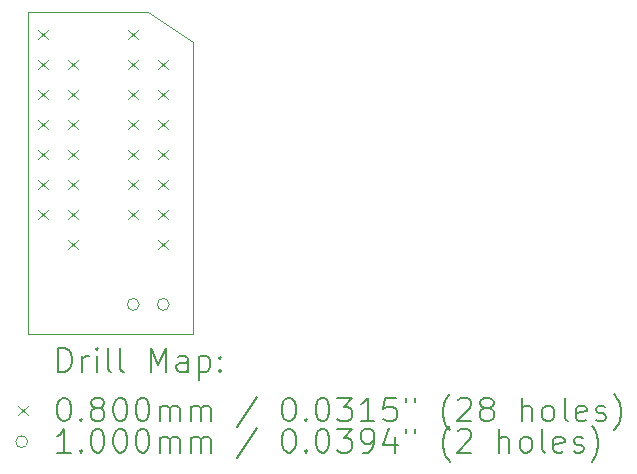
<source format=gbr>
%TF.GenerationSoftware,KiCad,Pcbnew,7.0.9*%
%TF.CreationDate,2024-04-23T20:51:31-07:00*%
%TF.ProjectId,U29-74LS02,5532392d-3734-44c5-9330-322e6b696361,rev?*%
%TF.SameCoordinates,Original*%
%TF.FileFunction,Drillmap*%
%TF.FilePolarity,Positive*%
%FSLAX45Y45*%
G04 Gerber Fmt 4.5, Leading zero omitted, Abs format (unit mm)*
G04 Created by KiCad (PCBNEW 7.0.9) date 2024-04-23 20:51:31*
%MOMM*%
%LPD*%
G01*
G04 APERTURE LIST*
%ADD10C,0.100000*%
%ADD11C,0.200000*%
G04 APERTURE END LIST*
D10*
X16510000Y-8699500D02*
X16129000Y-8445500D01*
X16510000Y-8763000D02*
X16510000Y-8699500D01*
X15113000Y-8445500D02*
X15113000Y-11176000D01*
X16129000Y-8445500D02*
X15113000Y-8445500D01*
X16510000Y-11176000D02*
X16510000Y-8763000D01*
X15113000Y-11176000D02*
X16510000Y-11176000D01*
D11*
D10*
X15200000Y-8596000D02*
X15280000Y-8676000D01*
X15280000Y-8596000D02*
X15200000Y-8676000D01*
X15200000Y-8850000D02*
X15280000Y-8930000D01*
X15280000Y-8850000D02*
X15200000Y-8930000D01*
X15200000Y-9104000D02*
X15280000Y-9184000D01*
X15280000Y-9104000D02*
X15200000Y-9184000D01*
X15200000Y-9358000D02*
X15280000Y-9438000D01*
X15280000Y-9358000D02*
X15200000Y-9438000D01*
X15200000Y-9612000D02*
X15280000Y-9692000D01*
X15280000Y-9612000D02*
X15200000Y-9692000D01*
X15200000Y-9866000D02*
X15280000Y-9946000D01*
X15280000Y-9866000D02*
X15200000Y-9946000D01*
X15200000Y-10120000D02*
X15280000Y-10200000D01*
X15280000Y-10120000D02*
X15200000Y-10200000D01*
X15454000Y-8850000D02*
X15534000Y-8930000D01*
X15534000Y-8850000D02*
X15454000Y-8930000D01*
X15454000Y-9104000D02*
X15534000Y-9184000D01*
X15534000Y-9104000D02*
X15454000Y-9184000D01*
X15454000Y-9358000D02*
X15534000Y-9438000D01*
X15534000Y-9358000D02*
X15454000Y-9438000D01*
X15454000Y-9612000D02*
X15534000Y-9692000D01*
X15534000Y-9612000D02*
X15454000Y-9692000D01*
X15454000Y-9866000D02*
X15534000Y-9946000D01*
X15534000Y-9866000D02*
X15454000Y-9946000D01*
X15454000Y-10120000D02*
X15534000Y-10200000D01*
X15534000Y-10120000D02*
X15454000Y-10200000D01*
X15454000Y-10374000D02*
X15534000Y-10454000D01*
X15534000Y-10374000D02*
X15454000Y-10454000D01*
X15962000Y-8596000D02*
X16042000Y-8676000D01*
X16042000Y-8596000D02*
X15962000Y-8676000D01*
X15962000Y-8850000D02*
X16042000Y-8930000D01*
X16042000Y-8850000D02*
X15962000Y-8930000D01*
X15962000Y-9104000D02*
X16042000Y-9184000D01*
X16042000Y-9104000D02*
X15962000Y-9184000D01*
X15962000Y-9358000D02*
X16042000Y-9438000D01*
X16042000Y-9358000D02*
X15962000Y-9438000D01*
X15962000Y-9612000D02*
X16042000Y-9692000D01*
X16042000Y-9612000D02*
X15962000Y-9692000D01*
X15962000Y-9866000D02*
X16042000Y-9946000D01*
X16042000Y-9866000D02*
X15962000Y-9946000D01*
X15962000Y-10120000D02*
X16042000Y-10200000D01*
X16042000Y-10120000D02*
X15962000Y-10200000D01*
X16216000Y-8850000D02*
X16296000Y-8930000D01*
X16296000Y-8850000D02*
X16216000Y-8930000D01*
X16216000Y-9104000D02*
X16296000Y-9184000D01*
X16296000Y-9104000D02*
X16216000Y-9184000D01*
X16216000Y-9358000D02*
X16296000Y-9438000D01*
X16296000Y-9358000D02*
X16216000Y-9438000D01*
X16216000Y-9612000D02*
X16296000Y-9692000D01*
X16296000Y-9612000D02*
X16216000Y-9692000D01*
X16216000Y-9866000D02*
X16296000Y-9946000D01*
X16296000Y-9866000D02*
X16216000Y-9946000D01*
X16216000Y-10120000D02*
X16296000Y-10200000D01*
X16296000Y-10120000D02*
X16216000Y-10200000D01*
X16216000Y-10374000D02*
X16296000Y-10454000D01*
X16296000Y-10374000D02*
X16216000Y-10454000D01*
X16052000Y-10922000D02*
G75*
G03*
X16052000Y-10922000I-50000J0D01*
G01*
X16306000Y-10922000D02*
G75*
G03*
X16306000Y-10922000I-50000J0D01*
G01*
D11*
X15368777Y-11492484D02*
X15368777Y-11292484D01*
X15368777Y-11292484D02*
X15416396Y-11292484D01*
X15416396Y-11292484D02*
X15444967Y-11302008D01*
X15444967Y-11302008D02*
X15464015Y-11321055D01*
X15464015Y-11321055D02*
X15473539Y-11340103D01*
X15473539Y-11340103D02*
X15483062Y-11378198D01*
X15483062Y-11378198D02*
X15483062Y-11406769D01*
X15483062Y-11406769D02*
X15473539Y-11444865D01*
X15473539Y-11444865D02*
X15464015Y-11463912D01*
X15464015Y-11463912D02*
X15444967Y-11482960D01*
X15444967Y-11482960D02*
X15416396Y-11492484D01*
X15416396Y-11492484D02*
X15368777Y-11492484D01*
X15568777Y-11492484D02*
X15568777Y-11359150D01*
X15568777Y-11397246D02*
X15578301Y-11378198D01*
X15578301Y-11378198D02*
X15587824Y-11368674D01*
X15587824Y-11368674D02*
X15606872Y-11359150D01*
X15606872Y-11359150D02*
X15625920Y-11359150D01*
X15692586Y-11492484D02*
X15692586Y-11359150D01*
X15692586Y-11292484D02*
X15683062Y-11302008D01*
X15683062Y-11302008D02*
X15692586Y-11311531D01*
X15692586Y-11311531D02*
X15702110Y-11302008D01*
X15702110Y-11302008D02*
X15692586Y-11292484D01*
X15692586Y-11292484D02*
X15692586Y-11311531D01*
X15816396Y-11492484D02*
X15797348Y-11482960D01*
X15797348Y-11482960D02*
X15787824Y-11463912D01*
X15787824Y-11463912D02*
X15787824Y-11292484D01*
X15921158Y-11492484D02*
X15902110Y-11482960D01*
X15902110Y-11482960D02*
X15892586Y-11463912D01*
X15892586Y-11463912D02*
X15892586Y-11292484D01*
X16149729Y-11492484D02*
X16149729Y-11292484D01*
X16149729Y-11292484D02*
X16216396Y-11435341D01*
X16216396Y-11435341D02*
X16283062Y-11292484D01*
X16283062Y-11292484D02*
X16283062Y-11492484D01*
X16464015Y-11492484D02*
X16464015Y-11387722D01*
X16464015Y-11387722D02*
X16454491Y-11368674D01*
X16454491Y-11368674D02*
X16435443Y-11359150D01*
X16435443Y-11359150D02*
X16397348Y-11359150D01*
X16397348Y-11359150D02*
X16378301Y-11368674D01*
X16464015Y-11482960D02*
X16444967Y-11492484D01*
X16444967Y-11492484D02*
X16397348Y-11492484D01*
X16397348Y-11492484D02*
X16378301Y-11482960D01*
X16378301Y-11482960D02*
X16368777Y-11463912D01*
X16368777Y-11463912D02*
X16368777Y-11444865D01*
X16368777Y-11444865D02*
X16378301Y-11425817D01*
X16378301Y-11425817D02*
X16397348Y-11416293D01*
X16397348Y-11416293D02*
X16444967Y-11416293D01*
X16444967Y-11416293D02*
X16464015Y-11406769D01*
X16559253Y-11359150D02*
X16559253Y-11559150D01*
X16559253Y-11368674D02*
X16578301Y-11359150D01*
X16578301Y-11359150D02*
X16616396Y-11359150D01*
X16616396Y-11359150D02*
X16635443Y-11368674D01*
X16635443Y-11368674D02*
X16644967Y-11378198D01*
X16644967Y-11378198D02*
X16654491Y-11397246D01*
X16654491Y-11397246D02*
X16654491Y-11454388D01*
X16654491Y-11454388D02*
X16644967Y-11473436D01*
X16644967Y-11473436D02*
X16635443Y-11482960D01*
X16635443Y-11482960D02*
X16616396Y-11492484D01*
X16616396Y-11492484D02*
X16578301Y-11492484D01*
X16578301Y-11492484D02*
X16559253Y-11482960D01*
X16740205Y-11473436D02*
X16749729Y-11482960D01*
X16749729Y-11482960D02*
X16740205Y-11492484D01*
X16740205Y-11492484D02*
X16730682Y-11482960D01*
X16730682Y-11482960D02*
X16740205Y-11473436D01*
X16740205Y-11473436D02*
X16740205Y-11492484D01*
X16740205Y-11368674D02*
X16749729Y-11378198D01*
X16749729Y-11378198D02*
X16740205Y-11387722D01*
X16740205Y-11387722D02*
X16730682Y-11378198D01*
X16730682Y-11378198D02*
X16740205Y-11368674D01*
X16740205Y-11368674D02*
X16740205Y-11387722D01*
D10*
X15028000Y-11781000D02*
X15108000Y-11861000D01*
X15108000Y-11781000D02*
X15028000Y-11861000D01*
D11*
X15406872Y-11712484D02*
X15425920Y-11712484D01*
X15425920Y-11712484D02*
X15444967Y-11722008D01*
X15444967Y-11722008D02*
X15454491Y-11731531D01*
X15454491Y-11731531D02*
X15464015Y-11750579D01*
X15464015Y-11750579D02*
X15473539Y-11788674D01*
X15473539Y-11788674D02*
X15473539Y-11836293D01*
X15473539Y-11836293D02*
X15464015Y-11874388D01*
X15464015Y-11874388D02*
X15454491Y-11893436D01*
X15454491Y-11893436D02*
X15444967Y-11902960D01*
X15444967Y-11902960D02*
X15425920Y-11912484D01*
X15425920Y-11912484D02*
X15406872Y-11912484D01*
X15406872Y-11912484D02*
X15387824Y-11902960D01*
X15387824Y-11902960D02*
X15378301Y-11893436D01*
X15378301Y-11893436D02*
X15368777Y-11874388D01*
X15368777Y-11874388D02*
X15359253Y-11836293D01*
X15359253Y-11836293D02*
X15359253Y-11788674D01*
X15359253Y-11788674D02*
X15368777Y-11750579D01*
X15368777Y-11750579D02*
X15378301Y-11731531D01*
X15378301Y-11731531D02*
X15387824Y-11722008D01*
X15387824Y-11722008D02*
X15406872Y-11712484D01*
X15559253Y-11893436D02*
X15568777Y-11902960D01*
X15568777Y-11902960D02*
X15559253Y-11912484D01*
X15559253Y-11912484D02*
X15549729Y-11902960D01*
X15549729Y-11902960D02*
X15559253Y-11893436D01*
X15559253Y-11893436D02*
X15559253Y-11912484D01*
X15683062Y-11798198D02*
X15664015Y-11788674D01*
X15664015Y-11788674D02*
X15654491Y-11779150D01*
X15654491Y-11779150D02*
X15644967Y-11760103D01*
X15644967Y-11760103D02*
X15644967Y-11750579D01*
X15644967Y-11750579D02*
X15654491Y-11731531D01*
X15654491Y-11731531D02*
X15664015Y-11722008D01*
X15664015Y-11722008D02*
X15683062Y-11712484D01*
X15683062Y-11712484D02*
X15721158Y-11712484D01*
X15721158Y-11712484D02*
X15740205Y-11722008D01*
X15740205Y-11722008D02*
X15749729Y-11731531D01*
X15749729Y-11731531D02*
X15759253Y-11750579D01*
X15759253Y-11750579D02*
X15759253Y-11760103D01*
X15759253Y-11760103D02*
X15749729Y-11779150D01*
X15749729Y-11779150D02*
X15740205Y-11788674D01*
X15740205Y-11788674D02*
X15721158Y-11798198D01*
X15721158Y-11798198D02*
X15683062Y-11798198D01*
X15683062Y-11798198D02*
X15664015Y-11807722D01*
X15664015Y-11807722D02*
X15654491Y-11817246D01*
X15654491Y-11817246D02*
X15644967Y-11836293D01*
X15644967Y-11836293D02*
X15644967Y-11874388D01*
X15644967Y-11874388D02*
X15654491Y-11893436D01*
X15654491Y-11893436D02*
X15664015Y-11902960D01*
X15664015Y-11902960D02*
X15683062Y-11912484D01*
X15683062Y-11912484D02*
X15721158Y-11912484D01*
X15721158Y-11912484D02*
X15740205Y-11902960D01*
X15740205Y-11902960D02*
X15749729Y-11893436D01*
X15749729Y-11893436D02*
X15759253Y-11874388D01*
X15759253Y-11874388D02*
X15759253Y-11836293D01*
X15759253Y-11836293D02*
X15749729Y-11817246D01*
X15749729Y-11817246D02*
X15740205Y-11807722D01*
X15740205Y-11807722D02*
X15721158Y-11798198D01*
X15883062Y-11712484D02*
X15902110Y-11712484D01*
X15902110Y-11712484D02*
X15921158Y-11722008D01*
X15921158Y-11722008D02*
X15930682Y-11731531D01*
X15930682Y-11731531D02*
X15940205Y-11750579D01*
X15940205Y-11750579D02*
X15949729Y-11788674D01*
X15949729Y-11788674D02*
X15949729Y-11836293D01*
X15949729Y-11836293D02*
X15940205Y-11874388D01*
X15940205Y-11874388D02*
X15930682Y-11893436D01*
X15930682Y-11893436D02*
X15921158Y-11902960D01*
X15921158Y-11902960D02*
X15902110Y-11912484D01*
X15902110Y-11912484D02*
X15883062Y-11912484D01*
X15883062Y-11912484D02*
X15864015Y-11902960D01*
X15864015Y-11902960D02*
X15854491Y-11893436D01*
X15854491Y-11893436D02*
X15844967Y-11874388D01*
X15844967Y-11874388D02*
X15835443Y-11836293D01*
X15835443Y-11836293D02*
X15835443Y-11788674D01*
X15835443Y-11788674D02*
X15844967Y-11750579D01*
X15844967Y-11750579D02*
X15854491Y-11731531D01*
X15854491Y-11731531D02*
X15864015Y-11722008D01*
X15864015Y-11722008D02*
X15883062Y-11712484D01*
X16073539Y-11712484D02*
X16092586Y-11712484D01*
X16092586Y-11712484D02*
X16111634Y-11722008D01*
X16111634Y-11722008D02*
X16121158Y-11731531D01*
X16121158Y-11731531D02*
X16130682Y-11750579D01*
X16130682Y-11750579D02*
X16140205Y-11788674D01*
X16140205Y-11788674D02*
X16140205Y-11836293D01*
X16140205Y-11836293D02*
X16130682Y-11874388D01*
X16130682Y-11874388D02*
X16121158Y-11893436D01*
X16121158Y-11893436D02*
X16111634Y-11902960D01*
X16111634Y-11902960D02*
X16092586Y-11912484D01*
X16092586Y-11912484D02*
X16073539Y-11912484D01*
X16073539Y-11912484D02*
X16054491Y-11902960D01*
X16054491Y-11902960D02*
X16044967Y-11893436D01*
X16044967Y-11893436D02*
X16035443Y-11874388D01*
X16035443Y-11874388D02*
X16025920Y-11836293D01*
X16025920Y-11836293D02*
X16025920Y-11788674D01*
X16025920Y-11788674D02*
X16035443Y-11750579D01*
X16035443Y-11750579D02*
X16044967Y-11731531D01*
X16044967Y-11731531D02*
X16054491Y-11722008D01*
X16054491Y-11722008D02*
X16073539Y-11712484D01*
X16225920Y-11912484D02*
X16225920Y-11779150D01*
X16225920Y-11798198D02*
X16235443Y-11788674D01*
X16235443Y-11788674D02*
X16254491Y-11779150D01*
X16254491Y-11779150D02*
X16283063Y-11779150D01*
X16283063Y-11779150D02*
X16302110Y-11788674D01*
X16302110Y-11788674D02*
X16311634Y-11807722D01*
X16311634Y-11807722D02*
X16311634Y-11912484D01*
X16311634Y-11807722D02*
X16321158Y-11788674D01*
X16321158Y-11788674D02*
X16340205Y-11779150D01*
X16340205Y-11779150D02*
X16368777Y-11779150D01*
X16368777Y-11779150D02*
X16387824Y-11788674D01*
X16387824Y-11788674D02*
X16397348Y-11807722D01*
X16397348Y-11807722D02*
X16397348Y-11912484D01*
X16492586Y-11912484D02*
X16492586Y-11779150D01*
X16492586Y-11798198D02*
X16502110Y-11788674D01*
X16502110Y-11788674D02*
X16521158Y-11779150D01*
X16521158Y-11779150D02*
X16549729Y-11779150D01*
X16549729Y-11779150D02*
X16568777Y-11788674D01*
X16568777Y-11788674D02*
X16578301Y-11807722D01*
X16578301Y-11807722D02*
X16578301Y-11912484D01*
X16578301Y-11807722D02*
X16587824Y-11788674D01*
X16587824Y-11788674D02*
X16606872Y-11779150D01*
X16606872Y-11779150D02*
X16635443Y-11779150D01*
X16635443Y-11779150D02*
X16654491Y-11788674D01*
X16654491Y-11788674D02*
X16664015Y-11807722D01*
X16664015Y-11807722D02*
X16664015Y-11912484D01*
X17054491Y-11702960D02*
X16883063Y-11960103D01*
X17311634Y-11712484D02*
X17330682Y-11712484D01*
X17330682Y-11712484D02*
X17349729Y-11722008D01*
X17349729Y-11722008D02*
X17359253Y-11731531D01*
X17359253Y-11731531D02*
X17368777Y-11750579D01*
X17368777Y-11750579D02*
X17378301Y-11788674D01*
X17378301Y-11788674D02*
X17378301Y-11836293D01*
X17378301Y-11836293D02*
X17368777Y-11874388D01*
X17368777Y-11874388D02*
X17359253Y-11893436D01*
X17359253Y-11893436D02*
X17349729Y-11902960D01*
X17349729Y-11902960D02*
X17330682Y-11912484D01*
X17330682Y-11912484D02*
X17311634Y-11912484D01*
X17311634Y-11912484D02*
X17292587Y-11902960D01*
X17292587Y-11902960D02*
X17283063Y-11893436D01*
X17283063Y-11893436D02*
X17273539Y-11874388D01*
X17273539Y-11874388D02*
X17264015Y-11836293D01*
X17264015Y-11836293D02*
X17264015Y-11788674D01*
X17264015Y-11788674D02*
X17273539Y-11750579D01*
X17273539Y-11750579D02*
X17283063Y-11731531D01*
X17283063Y-11731531D02*
X17292587Y-11722008D01*
X17292587Y-11722008D02*
X17311634Y-11712484D01*
X17464015Y-11893436D02*
X17473539Y-11902960D01*
X17473539Y-11902960D02*
X17464015Y-11912484D01*
X17464015Y-11912484D02*
X17454491Y-11902960D01*
X17454491Y-11902960D02*
X17464015Y-11893436D01*
X17464015Y-11893436D02*
X17464015Y-11912484D01*
X17597348Y-11712484D02*
X17616396Y-11712484D01*
X17616396Y-11712484D02*
X17635444Y-11722008D01*
X17635444Y-11722008D02*
X17644968Y-11731531D01*
X17644968Y-11731531D02*
X17654491Y-11750579D01*
X17654491Y-11750579D02*
X17664015Y-11788674D01*
X17664015Y-11788674D02*
X17664015Y-11836293D01*
X17664015Y-11836293D02*
X17654491Y-11874388D01*
X17654491Y-11874388D02*
X17644968Y-11893436D01*
X17644968Y-11893436D02*
X17635444Y-11902960D01*
X17635444Y-11902960D02*
X17616396Y-11912484D01*
X17616396Y-11912484D02*
X17597348Y-11912484D01*
X17597348Y-11912484D02*
X17578301Y-11902960D01*
X17578301Y-11902960D02*
X17568777Y-11893436D01*
X17568777Y-11893436D02*
X17559253Y-11874388D01*
X17559253Y-11874388D02*
X17549729Y-11836293D01*
X17549729Y-11836293D02*
X17549729Y-11788674D01*
X17549729Y-11788674D02*
X17559253Y-11750579D01*
X17559253Y-11750579D02*
X17568777Y-11731531D01*
X17568777Y-11731531D02*
X17578301Y-11722008D01*
X17578301Y-11722008D02*
X17597348Y-11712484D01*
X17730682Y-11712484D02*
X17854491Y-11712484D01*
X17854491Y-11712484D02*
X17787825Y-11788674D01*
X17787825Y-11788674D02*
X17816396Y-11788674D01*
X17816396Y-11788674D02*
X17835444Y-11798198D01*
X17835444Y-11798198D02*
X17844968Y-11807722D01*
X17844968Y-11807722D02*
X17854491Y-11826769D01*
X17854491Y-11826769D02*
X17854491Y-11874388D01*
X17854491Y-11874388D02*
X17844968Y-11893436D01*
X17844968Y-11893436D02*
X17835444Y-11902960D01*
X17835444Y-11902960D02*
X17816396Y-11912484D01*
X17816396Y-11912484D02*
X17759253Y-11912484D01*
X17759253Y-11912484D02*
X17740206Y-11902960D01*
X17740206Y-11902960D02*
X17730682Y-11893436D01*
X18044968Y-11912484D02*
X17930682Y-11912484D01*
X17987825Y-11912484D02*
X17987825Y-11712484D01*
X17987825Y-11712484D02*
X17968777Y-11741055D01*
X17968777Y-11741055D02*
X17949729Y-11760103D01*
X17949729Y-11760103D02*
X17930682Y-11769627D01*
X18225920Y-11712484D02*
X18130682Y-11712484D01*
X18130682Y-11712484D02*
X18121158Y-11807722D01*
X18121158Y-11807722D02*
X18130682Y-11798198D01*
X18130682Y-11798198D02*
X18149729Y-11788674D01*
X18149729Y-11788674D02*
X18197349Y-11788674D01*
X18197349Y-11788674D02*
X18216396Y-11798198D01*
X18216396Y-11798198D02*
X18225920Y-11807722D01*
X18225920Y-11807722D02*
X18235444Y-11826769D01*
X18235444Y-11826769D02*
X18235444Y-11874388D01*
X18235444Y-11874388D02*
X18225920Y-11893436D01*
X18225920Y-11893436D02*
X18216396Y-11902960D01*
X18216396Y-11902960D02*
X18197349Y-11912484D01*
X18197349Y-11912484D02*
X18149729Y-11912484D01*
X18149729Y-11912484D02*
X18130682Y-11902960D01*
X18130682Y-11902960D02*
X18121158Y-11893436D01*
X18311634Y-11712484D02*
X18311634Y-11750579D01*
X18387825Y-11712484D02*
X18387825Y-11750579D01*
X18683063Y-11988674D02*
X18673539Y-11979150D01*
X18673539Y-11979150D02*
X18654491Y-11950579D01*
X18654491Y-11950579D02*
X18644968Y-11931531D01*
X18644968Y-11931531D02*
X18635444Y-11902960D01*
X18635444Y-11902960D02*
X18625920Y-11855341D01*
X18625920Y-11855341D02*
X18625920Y-11817246D01*
X18625920Y-11817246D02*
X18635444Y-11769627D01*
X18635444Y-11769627D02*
X18644968Y-11741055D01*
X18644968Y-11741055D02*
X18654491Y-11722008D01*
X18654491Y-11722008D02*
X18673539Y-11693436D01*
X18673539Y-11693436D02*
X18683063Y-11683912D01*
X18749730Y-11731531D02*
X18759253Y-11722008D01*
X18759253Y-11722008D02*
X18778301Y-11712484D01*
X18778301Y-11712484D02*
X18825920Y-11712484D01*
X18825920Y-11712484D02*
X18844968Y-11722008D01*
X18844968Y-11722008D02*
X18854491Y-11731531D01*
X18854491Y-11731531D02*
X18864015Y-11750579D01*
X18864015Y-11750579D02*
X18864015Y-11769627D01*
X18864015Y-11769627D02*
X18854491Y-11798198D01*
X18854491Y-11798198D02*
X18740206Y-11912484D01*
X18740206Y-11912484D02*
X18864015Y-11912484D01*
X18978301Y-11798198D02*
X18959253Y-11788674D01*
X18959253Y-11788674D02*
X18949730Y-11779150D01*
X18949730Y-11779150D02*
X18940206Y-11760103D01*
X18940206Y-11760103D02*
X18940206Y-11750579D01*
X18940206Y-11750579D02*
X18949730Y-11731531D01*
X18949730Y-11731531D02*
X18959253Y-11722008D01*
X18959253Y-11722008D02*
X18978301Y-11712484D01*
X18978301Y-11712484D02*
X19016396Y-11712484D01*
X19016396Y-11712484D02*
X19035444Y-11722008D01*
X19035444Y-11722008D02*
X19044968Y-11731531D01*
X19044968Y-11731531D02*
X19054491Y-11750579D01*
X19054491Y-11750579D02*
X19054491Y-11760103D01*
X19054491Y-11760103D02*
X19044968Y-11779150D01*
X19044968Y-11779150D02*
X19035444Y-11788674D01*
X19035444Y-11788674D02*
X19016396Y-11798198D01*
X19016396Y-11798198D02*
X18978301Y-11798198D01*
X18978301Y-11798198D02*
X18959253Y-11807722D01*
X18959253Y-11807722D02*
X18949730Y-11817246D01*
X18949730Y-11817246D02*
X18940206Y-11836293D01*
X18940206Y-11836293D02*
X18940206Y-11874388D01*
X18940206Y-11874388D02*
X18949730Y-11893436D01*
X18949730Y-11893436D02*
X18959253Y-11902960D01*
X18959253Y-11902960D02*
X18978301Y-11912484D01*
X18978301Y-11912484D02*
X19016396Y-11912484D01*
X19016396Y-11912484D02*
X19035444Y-11902960D01*
X19035444Y-11902960D02*
X19044968Y-11893436D01*
X19044968Y-11893436D02*
X19054491Y-11874388D01*
X19054491Y-11874388D02*
X19054491Y-11836293D01*
X19054491Y-11836293D02*
X19044968Y-11817246D01*
X19044968Y-11817246D02*
X19035444Y-11807722D01*
X19035444Y-11807722D02*
X19016396Y-11798198D01*
X19292587Y-11912484D02*
X19292587Y-11712484D01*
X19378301Y-11912484D02*
X19378301Y-11807722D01*
X19378301Y-11807722D02*
X19368777Y-11788674D01*
X19368777Y-11788674D02*
X19349730Y-11779150D01*
X19349730Y-11779150D02*
X19321158Y-11779150D01*
X19321158Y-11779150D02*
X19302111Y-11788674D01*
X19302111Y-11788674D02*
X19292587Y-11798198D01*
X19502111Y-11912484D02*
X19483063Y-11902960D01*
X19483063Y-11902960D02*
X19473539Y-11893436D01*
X19473539Y-11893436D02*
X19464015Y-11874388D01*
X19464015Y-11874388D02*
X19464015Y-11817246D01*
X19464015Y-11817246D02*
X19473539Y-11798198D01*
X19473539Y-11798198D02*
X19483063Y-11788674D01*
X19483063Y-11788674D02*
X19502111Y-11779150D01*
X19502111Y-11779150D02*
X19530682Y-11779150D01*
X19530682Y-11779150D02*
X19549730Y-11788674D01*
X19549730Y-11788674D02*
X19559253Y-11798198D01*
X19559253Y-11798198D02*
X19568777Y-11817246D01*
X19568777Y-11817246D02*
X19568777Y-11874388D01*
X19568777Y-11874388D02*
X19559253Y-11893436D01*
X19559253Y-11893436D02*
X19549730Y-11902960D01*
X19549730Y-11902960D02*
X19530682Y-11912484D01*
X19530682Y-11912484D02*
X19502111Y-11912484D01*
X19683063Y-11912484D02*
X19664015Y-11902960D01*
X19664015Y-11902960D02*
X19654492Y-11883912D01*
X19654492Y-11883912D02*
X19654492Y-11712484D01*
X19835444Y-11902960D02*
X19816396Y-11912484D01*
X19816396Y-11912484D02*
X19778301Y-11912484D01*
X19778301Y-11912484D02*
X19759253Y-11902960D01*
X19759253Y-11902960D02*
X19749730Y-11883912D01*
X19749730Y-11883912D02*
X19749730Y-11807722D01*
X19749730Y-11807722D02*
X19759253Y-11788674D01*
X19759253Y-11788674D02*
X19778301Y-11779150D01*
X19778301Y-11779150D02*
X19816396Y-11779150D01*
X19816396Y-11779150D02*
X19835444Y-11788674D01*
X19835444Y-11788674D02*
X19844968Y-11807722D01*
X19844968Y-11807722D02*
X19844968Y-11826769D01*
X19844968Y-11826769D02*
X19749730Y-11845817D01*
X19921158Y-11902960D02*
X19940206Y-11912484D01*
X19940206Y-11912484D02*
X19978301Y-11912484D01*
X19978301Y-11912484D02*
X19997349Y-11902960D01*
X19997349Y-11902960D02*
X20006873Y-11883912D01*
X20006873Y-11883912D02*
X20006873Y-11874388D01*
X20006873Y-11874388D02*
X19997349Y-11855341D01*
X19997349Y-11855341D02*
X19978301Y-11845817D01*
X19978301Y-11845817D02*
X19949730Y-11845817D01*
X19949730Y-11845817D02*
X19930682Y-11836293D01*
X19930682Y-11836293D02*
X19921158Y-11817246D01*
X19921158Y-11817246D02*
X19921158Y-11807722D01*
X19921158Y-11807722D02*
X19930682Y-11788674D01*
X19930682Y-11788674D02*
X19949730Y-11779150D01*
X19949730Y-11779150D02*
X19978301Y-11779150D01*
X19978301Y-11779150D02*
X19997349Y-11788674D01*
X20073539Y-11988674D02*
X20083063Y-11979150D01*
X20083063Y-11979150D02*
X20102111Y-11950579D01*
X20102111Y-11950579D02*
X20111634Y-11931531D01*
X20111634Y-11931531D02*
X20121158Y-11902960D01*
X20121158Y-11902960D02*
X20130682Y-11855341D01*
X20130682Y-11855341D02*
X20130682Y-11817246D01*
X20130682Y-11817246D02*
X20121158Y-11769627D01*
X20121158Y-11769627D02*
X20111634Y-11741055D01*
X20111634Y-11741055D02*
X20102111Y-11722008D01*
X20102111Y-11722008D02*
X20083063Y-11693436D01*
X20083063Y-11693436D02*
X20073539Y-11683912D01*
D10*
X15108000Y-12085000D02*
G75*
G03*
X15108000Y-12085000I-50000J0D01*
G01*
D11*
X15473539Y-12176484D02*
X15359253Y-12176484D01*
X15416396Y-12176484D02*
X15416396Y-11976484D01*
X15416396Y-11976484D02*
X15397348Y-12005055D01*
X15397348Y-12005055D02*
X15378301Y-12024103D01*
X15378301Y-12024103D02*
X15359253Y-12033627D01*
X15559253Y-12157436D02*
X15568777Y-12166960D01*
X15568777Y-12166960D02*
X15559253Y-12176484D01*
X15559253Y-12176484D02*
X15549729Y-12166960D01*
X15549729Y-12166960D02*
X15559253Y-12157436D01*
X15559253Y-12157436D02*
X15559253Y-12176484D01*
X15692586Y-11976484D02*
X15711634Y-11976484D01*
X15711634Y-11976484D02*
X15730682Y-11986008D01*
X15730682Y-11986008D02*
X15740205Y-11995531D01*
X15740205Y-11995531D02*
X15749729Y-12014579D01*
X15749729Y-12014579D02*
X15759253Y-12052674D01*
X15759253Y-12052674D02*
X15759253Y-12100293D01*
X15759253Y-12100293D02*
X15749729Y-12138388D01*
X15749729Y-12138388D02*
X15740205Y-12157436D01*
X15740205Y-12157436D02*
X15730682Y-12166960D01*
X15730682Y-12166960D02*
X15711634Y-12176484D01*
X15711634Y-12176484D02*
X15692586Y-12176484D01*
X15692586Y-12176484D02*
X15673539Y-12166960D01*
X15673539Y-12166960D02*
X15664015Y-12157436D01*
X15664015Y-12157436D02*
X15654491Y-12138388D01*
X15654491Y-12138388D02*
X15644967Y-12100293D01*
X15644967Y-12100293D02*
X15644967Y-12052674D01*
X15644967Y-12052674D02*
X15654491Y-12014579D01*
X15654491Y-12014579D02*
X15664015Y-11995531D01*
X15664015Y-11995531D02*
X15673539Y-11986008D01*
X15673539Y-11986008D02*
X15692586Y-11976484D01*
X15883062Y-11976484D02*
X15902110Y-11976484D01*
X15902110Y-11976484D02*
X15921158Y-11986008D01*
X15921158Y-11986008D02*
X15930682Y-11995531D01*
X15930682Y-11995531D02*
X15940205Y-12014579D01*
X15940205Y-12014579D02*
X15949729Y-12052674D01*
X15949729Y-12052674D02*
X15949729Y-12100293D01*
X15949729Y-12100293D02*
X15940205Y-12138388D01*
X15940205Y-12138388D02*
X15930682Y-12157436D01*
X15930682Y-12157436D02*
X15921158Y-12166960D01*
X15921158Y-12166960D02*
X15902110Y-12176484D01*
X15902110Y-12176484D02*
X15883062Y-12176484D01*
X15883062Y-12176484D02*
X15864015Y-12166960D01*
X15864015Y-12166960D02*
X15854491Y-12157436D01*
X15854491Y-12157436D02*
X15844967Y-12138388D01*
X15844967Y-12138388D02*
X15835443Y-12100293D01*
X15835443Y-12100293D02*
X15835443Y-12052674D01*
X15835443Y-12052674D02*
X15844967Y-12014579D01*
X15844967Y-12014579D02*
X15854491Y-11995531D01*
X15854491Y-11995531D02*
X15864015Y-11986008D01*
X15864015Y-11986008D02*
X15883062Y-11976484D01*
X16073539Y-11976484D02*
X16092586Y-11976484D01*
X16092586Y-11976484D02*
X16111634Y-11986008D01*
X16111634Y-11986008D02*
X16121158Y-11995531D01*
X16121158Y-11995531D02*
X16130682Y-12014579D01*
X16130682Y-12014579D02*
X16140205Y-12052674D01*
X16140205Y-12052674D02*
X16140205Y-12100293D01*
X16140205Y-12100293D02*
X16130682Y-12138388D01*
X16130682Y-12138388D02*
X16121158Y-12157436D01*
X16121158Y-12157436D02*
X16111634Y-12166960D01*
X16111634Y-12166960D02*
X16092586Y-12176484D01*
X16092586Y-12176484D02*
X16073539Y-12176484D01*
X16073539Y-12176484D02*
X16054491Y-12166960D01*
X16054491Y-12166960D02*
X16044967Y-12157436D01*
X16044967Y-12157436D02*
X16035443Y-12138388D01*
X16035443Y-12138388D02*
X16025920Y-12100293D01*
X16025920Y-12100293D02*
X16025920Y-12052674D01*
X16025920Y-12052674D02*
X16035443Y-12014579D01*
X16035443Y-12014579D02*
X16044967Y-11995531D01*
X16044967Y-11995531D02*
X16054491Y-11986008D01*
X16054491Y-11986008D02*
X16073539Y-11976484D01*
X16225920Y-12176484D02*
X16225920Y-12043150D01*
X16225920Y-12062198D02*
X16235443Y-12052674D01*
X16235443Y-12052674D02*
X16254491Y-12043150D01*
X16254491Y-12043150D02*
X16283063Y-12043150D01*
X16283063Y-12043150D02*
X16302110Y-12052674D01*
X16302110Y-12052674D02*
X16311634Y-12071722D01*
X16311634Y-12071722D02*
X16311634Y-12176484D01*
X16311634Y-12071722D02*
X16321158Y-12052674D01*
X16321158Y-12052674D02*
X16340205Y-12043150D01*
X16340205Y-12043150D02*
X16368777Y-12043150D01*
X16368777Y-12043150D02*
X16387824Y-12052674D01*
X16387824Y-12052674D02*
X16397348Y-12071722D01*
X16397348Y-12071722D02*
X16397348Y-12176484D01*
X16492586Y-12176484D02*
X16492586Y-12043150D01*
X16492586Y-12062198D02*
X16502110Y-12052674D01*
X16502110Y-12052674D02*
X16521158Y-12043150D01*
X16521158Y-12043150D02*
X16549729Y-12043150D01*
X16549729Y-12043150D02*
X16568777Y-12052674D01*
X16568777Y-12052674D02*
X16578301Y-12071722D01*
X16578301Y-12071722D02*
X16578301Y-12176484D01*
X16578301Y-12071722D02*
X16587824Y-12052674D01*
X16587824Y-12052674D02*
X16606872Y-12043150D01*
X16606872Y-12043150D02*
X16635443Y-12043150D01*
X16635443Y-12043150D02*
X16654491Y-12052674D01*
X16654491Y-12052674D02*
X16664015Y-12071722D01*
X16664015Y-12071722D02*
X16664015Y-12176484D01*
X17054491Y-11966960D02*
X16883063Y-12224103D01*
X17311634Y-11976484D02*
X17330682Y-11976484D01*
X17330682Y-11976484D02*
X17349729Y-11986008D01*
X17349729Y-11986008D02*
X17359253Y-11995531D01*
X17359253Y-11995531D02*
X17368777Y-12014579D01*
X17368777Y-12014579D02*
X17378301Y-12052674D01*
X17378301Y-12052674D02*
X17378301Y-12100293D01*
X17378301Y-12100293D02*
X17368777Y-12138388D01*
X17368777Y-12138388D02*
X17359253Y-12157436D01*
X17359253Y-12157436D02*
X17349729Y-12166960D01*
X17349729Y-12166960D02*
X17330682Y-12176484D01*
X17330682Y-12176484D02*
X17311634Y-12176484D01*
X17311634Y-12176484D02*
X17292587Y-12166960D01*
X17292587Y-12166960D02*
X17283063Y-12157436D01*
X17283063Y-12157436D02*
X17273539Y-12138388D01*
X17273539Y-12138388D02*
X17264015Y-12100293D01*
X17264015Y-12100293D02*
X17264015Y-12052674D01*
X17264015Y-12052674D02*
X17273539Y-12014579D01*
X17273539Y-12014579D02*
X17283063Y-11995531D01*
X17283063Y-11995531D02*
X17292587Y-11986008D01*
X17292587Y-11986008D02*
X17311634Y-11976484D01*
X17464015Y-12157436D02*
X17473539Y-12166960D01*
X17473539Y-12166960D02*
X17464015Y-12176484D01*
X17464015Y-12176484D02*
X17454491Y-12166960D01*
X17454491Y-12166960D02*
X17464015Y-12157436D01*
X17464015Y-12157436D02*
X17464015Y-12176484D01*
X17597348Y-11976484D02*
X17616396Y-11976484D01*
X17616396Y-11976484D02*
X17635444Y-11986008D01*
X17635444Y-11986008D02*
X17644968Y-11995531D01*
X17644968Y-11995531D02*
X17654491Y-12014579D01*
X17654491Y-12014579D02*
X17664015Y-12052674D01*
X17664015Y-12052674D02*
X17664015Y-12100293D01*
X17664015Y-12100293D02*
X17654491Y-12138388D01*
X17654491Y-12138388D02*
X17644968Y-12157436D01*
X17644968Y-12157436D02*
X17635444Y-12166960D01*
X17635444Y-12166960D02*
X17616396Y-12176484D01*
X17616396Y-12176484D02*
X17597348Y-12176484D01*
X17597348Y-12176484D02*
X17578301Y-12166960D01*
X17578301Y-12166960D02*
X17568777Y-12157436D01*
X17568777Y-12157436D02*
X17559253Y-12138388D01*
X17559253Y-12138388D02*
X17549729Y-12100293D01*
X17549729Y-12100293D02*
X17549729Y-12052674D01*
X17549729Y-12052674D02*
X17559253Y-12014579D01*
X17559253Y-12014579D02*
X17568777Y-11995531D01*
X17568777Y-11995531D02*
X17578301Y-11986008D01*
X17578301Y-11986008D02*
X17597348Y-11976484D01*
X17730682Y-11976484D02*
X17854491Y-11976484D01*
X17854491Y-11976484D02*
X17787825Y-12052674D01*
X17787825Y-12052674D02*
X17816396Y-12052674D01*
X17816396Y-12052674D02*
X17835444Y-12062198D01*
X17835444Y-12062198D02*
X17844968Y-12071722D01*
X17844968Y-12071722D02*
X17854491Y-12090769D01*
X17854491Y-12090769D02*
X17854491Y-12138388D01*
X17854491Y-12138388D02*
X17844968Y-12157436D01*
X17844968Y-12157436D02*
X17835444Y-12166960D01*
X17835444Y-12166960D02*
X17816396Y-12176484D01*
X17816396Y-12176484D02*
X17759253Y-12176484D01*
X17759253Y-12176484D02*
X17740206Y-12166960D01*
X17740206Y-12166960D02*
X17730682Y-12157436D01*
X17949729Y-12176484D02*
X17987825Y-12176484D01*
X17987825Y-12176484D02*
X18006872Y-12166960D01*
X18006872Y-12166960D02*
X18016396Y-12157436D01*
X18016396Y-12157436D02*
X18035444Y-12128865D01*
X18035444Y-12128865D02*
X18044968Y-12090769D01*
X18044968Y-12090769D02*
X18044968Y-12014579D01*
X18044968Y-12014579D02*
X18035444Y-11995531D01*
X18035444Y-11995531D02*
X18025920Y-11986008D01*
X18025920Y-11986008D02*
X18006872Y-11976484D01*
X18006872Y-11976484D02*
X17968777Y-11976484D01*
X17968777Y-11976484D02*
X17949729Y-11986008D01*
X17949729Y-11986008D02*
X17940206Y-11995531D01*
X17940206Y-11995531D02*
X17930682Y-12014579D01*
X17930682Y-12014579D02*
X17930682Y-12062198D01*
X17930682Y-12062198D02*
X17940206Y-12081246D01*
X17940206Y-12081246D02*
X17949729Y-12090769D01*
X17949729Y-12090769D02*
X17968777Y-12100293D01*
X17968777Y-12100293D02*
X18006872Y-12100293D01*
X18006872Y-12100293D02*
X18025920Y-12090769D01*
X18025920Y-12090769D02*
X18035444Y-12081246D01*
X18035444Y-12081246D02*
X18044968Y-12062198D01*
X18216396Y-12043150D02*
X18216396Y-12176484D01*
X18168777Y-11966960D02*
X18121158Y-12109817D01*
X18121158Y-12109817D02*
X18244968Y-12109817D01*
X18311634Y-11976484D02*
X18311634Y-12014579D01*
X18387825Y-11976484D02*
X18387825Y-12014579D01*
X18683063Y-12252674D02*
X18673539Y-12243150D01*
X18673539Y-12243150D02*
X18654491Y-12214579D01*
X18654491Y-12214579D02*
X18644968Y-12195531D01*
X18644968Y-12195531D02*
X18635444Y-12166960D01*
X18635444Y-12166960D02*
X18625920Y-12119341D01*
X18625920Y-12119341D02*
X18625920Y-12081246D01*
X18625920Y-12081246D02*
X18635444Y-12033627D01*
X18635444Y-12033627D02*
X18644968Y-12005055D01*
X18644968Y-12005055D02*
X18654491Y-11986008D01*
X18654491Y-11986008D02*
X18673539Y-11957436D01*
X18673539Y-11957436D02*
X18683063Y-11947912D01*
X18749730Y-11995531D02*
X18759253Y-11986008D01*
X18759253Y-11986008D02*
X18778301Y-11976484D01*
X18778301Y-11976484D02*
X18825920Y-11976484D01*
X18825920Y-11976484D02*
X18844968Y-11986008D01*
X18844968Y-11986008D02*
X18854491Y-11995531D01*
X18854491Y-11995531D02*
X18864015Y-12014579D01*
X18864015Y-12014579D02*
X18864015Y-12033627D01*
X18864015Y-12033627D02*
X18854491Y-12062198D01*
X18854491Y-12062198D02*
X18740206Y-12176484D01*
X18740206Y-12176484D02*
X18864015Y-12176484D01*
X19102111Y-12176484D02*
X19102111Y-11976484D01*
X19187825Y-12176484D02*
X19187825Y-12071722D01*
X19187825Y-12071722D02*
X19178301Y-12052674D01*
X19178301Y-12052674D02*
X19159253Y-12043150D01*
X19159253Y-12043150D02*
X19130682Y-12043150D01*
X19130682Y-12043150D02*
X19111634Y-12052674D01*
X19111634Y-12052674D02*
X19102111Y-12062198D01*
X19311634Y-12176484D02*
X19292587Y-12166960D01*
X19292587Y-12166960D02*
X19283063Y-12157436D01*
X19283063Y-12157436D02*
X19273539Y-12138388D01*
X19273539Y-12138388D02*
X19273539Y-12081246D01*
X19273539Y-12081246D02*
X19283063Y-12062198D01*
X19283063Y-12062198D02*
X19292587Y-12052674D01*
X19292587Y-12052674D02*
X19311634Y-12043150D01*
X19311634Y-12043150D02*
X19340206Y-12043150D01*
X19340206Y-12043150D02*
X19359253Y-12052674D01*
X19359253Y-12052674D02*
X19368777Y-12062198D01*
X19368777Y-12062198D02*
X19378301Y-12081246D01*
X19378301Y-12081246D02*
X19378301Y-12138388D01*
X19378301Y-12138388D02*
X19368777Y-12157436D01*
X19368777Y-12157436D02*
X19359253Y-12166960D01*
X19359253Y-12166960D02*
X19340206Y-12176484D01*
X19340206Y-12176484D02*
X19311634Y-12176484D01*
X19492587Y-12176484D02*
X19473539Y-12166960D01*
X19473539Y-12166960D02*
X19464015Y-12147912D01*
X19464015Y-12147912D02*
X19464015Y-11976484D01*
X19644968Y-12166960D02*
X19625920Y-12176484D01*
X19625920Y-12176484D02*
X19587825Y-12176484D01*
X19587825Y-12176484D02*
X19568777Y-12166960D01*
X19568777Y-12166960D02*
X19559253Y-12147912D01*
X19559253Y-12147912D02*
X19559253Y-12071722D01*
X19559253Y-12071722D02*
X19568777Y-12052674D01*
X19568777Y-12052674D02*
X19587825Y-12043150D01*
X19587825Y-12043150D02*
X19625920Y-12043150D01*
X19625920Y-12043150D02*
X19644968Y-12052674D01*
X19644968Y-12052674D02*
X19654492Y-12071722D01*
X19654492Y-12071722D02*
X19654492Y-12090769D01*
X19654492Y-12090769D02*
X19559253Y-12109817D01*
X19730682Y-12166960D02*
X19749730Y-12176484D01*
X19749730Y-12176484D02*
X19787825Y-12176484D01*
X19787825Y-12176484D02*
X19806873Y-12166960D01*
X19806873Y-12166960D02*
X19816396Y-12147912D01*
X19816396Y-12147912D02*
X19816396Y-12138388D01*
X19816396Y-12138388D02*
X19806873Y-12119341D01*
X19806873Y-12119341D02*
X19787825Y-12109817D01*
X19787825Y-12109817D02*
X19759253Y-12109817D01*
X19759253Y-12109817D02*
X19740206Y-12100293D01*
X19740206Y-12100293D02*
X19730682Y-12081246D01*
X19730682Y-12081246D02*
X19730682Y-12071722D01*
X19730682Y-12071722D02*
X19740206Y-12052674D01*
X19740206Y-12052674D02*
X19759253Y-12043150D01*
X19759253Y-12043150D02*
X19787825Y-12043150D01*
X19787825Y-12043150D02*
X19806873Y-12052674D01*
X19883063Y-12252674D02*
X19892587Y-12243150D01*
X19892587Y-12243150D02*
X19911634Y-12214579D01*
X19911634Y-12214579D02*
X19921158Y-12195531D01*
X19921158Y-12195531D02*
X19930682Y-12166960D01*
X19930682Y-12166960D02*
X19940206Y-12119341D01*
X19940206Y-12119341D02*
X19940206Y-12081246D01*
X19940206Y-12081246D02*
X19930682Y-12033627D01*
X19930682Y-12033627D02*
X19921158Y-12005055D01*
X19921158Y-12005055D02*
X19911634Y-11986008D01*
X19911634Y-11986008D02*
X19892587Y-11957436D01*
X19892587Y-11957436D02*
X19883063Y-11947912D01*
M02*

</source>
